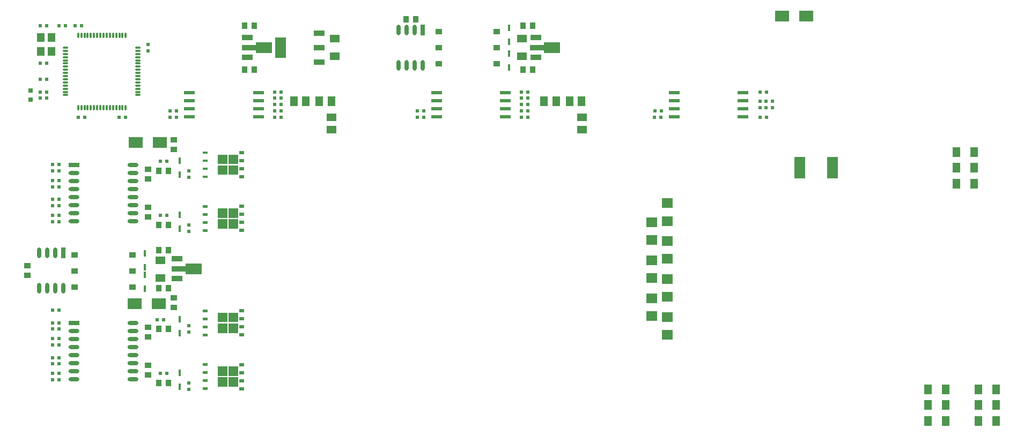
<source format=gtp>
G04*
G04 #@! TF.GenerationSoftware,Altium Limited,Altium Designer,18.1.7 (191)*
G04*
G04 Layer_Color=8421504*
%FSLAX44Y44*%
%MOMM*%
G71*
G01*
G75*
%ADD17R,1.2000X1.5000*%
%ADD18R,1.8000X1.6000*%
%ADD19R,2.6000X1.7000*%
%ADD20R,1.7000X0.9000*%
%ADD21R,2.5000X0.9000*%
%ADD22R,0.4500X1.0000*%
%ADD23R,1.7000X3.2000*%
%ADD24R,2.2000X1.8000*%
%ADD25R,0.6000X0.6000*%
%ADD26R,0.6000X0.6000*%
%ADD27R,1.5000X1.3000*%
%ADD28R,1.3000X1.5000*%
%ADD29R,1.8000X3.4000*%
%ADD30R,0.9800X0.9300*%
G04:AMPARAMS|DCode=31|XSize=0.3mm|YSize=0.8mm|CornerRadius=0.075mm|HoleSize=0mm|Usage=FLASHONLY|Rotation=180.000|XOffset=0mm|YOffset=0mm|HoleType=Round|Shape=RoundedRectangle|*
%AMROUNDEDRECTD31*
21,1,0.3000,0.6500,0,0,180.0*
21,1,0.1500,0.8000,0,0,180.0*
1,1,0.1500,-0.0750,0.3250*
1,1,0.1500,0.0750,0.3250*
1,1,0.1500,0.0750,-0.3250*
1,1,0.1500,-0.0750,-0.3250*
%
%ADD31ROUNDEDRECTD31*%
G04:AMPARAMS|DCode=32|XSize=0.3mm|YSize=0.8mm|CornerRadius=0.075mm|HoleSize=0mm|Usage=FLASHONLY|Rotation=90.000|XOffset=0mm|YOffset=0mm|HoleType=Round|Shape=RoundedRectangle|*
%AMROUNDEDRECTD32*
21,1,0.3000,0.6500,0,0,90.0*
21,1,0.1500,0.8000,0,0,90.0*
1,1,0.1500,0.3250,0.0750*
1,1,0.1500,0.3250,-0.0750*
1,1,0.1500,-0.3250,-0.0750*
1,1,0.1500,-0.3250,0.0750*
%
%ADD32ROUNDEDRECTD32*%
%ADD33R,1.2000X1.4000*%
%ADD34R,1.8000X0.6000*%
%ADD35R,0.6500X1.7000*%
%ADD36O,0.6500X1.7000*%
%ADD37R,0.9300X0.9800*%
%ADD38R,0.8000X0.8000*%
%ADD39R,1.5000X1.2000*%
%ADD40R,1.1200X0.9600*%
%ADD41O,1.7000X0.6500*%
%ADD42R,1.7000X0.6500*%
G36*
X794520Y313950D02*
X786270D01*
Y317950D01*
X794520D01*
Y313950D01*
D02*
G37*
G36*
Y326650D02*
X786270D01*
Y330650D01*
X794520D01*
Y326650D01*
D02*
G37*
G36*
X825275Y319000D02*
X810275D01*
Y334000D01*
X825275D01*
Y319000D01*
D02*
G37*
G36*
X794520Y339350D02*
X786270D01*
Y343350D01*
X794520D01*
Y339350D01*
D02*
G37*
G36*
Y352050D02*
X786270D01*
Y356050D01*
X794520D01*
Y352050D01*
D02*
G37*
G36*
X825275Y336000D02*
X810275D01*
Y351000D01*
X825275D01*
Y336000D01*
D02*
G37*
G36*
X851775Y326150D02*
X844275D01*
Y331150D01*
X851775D01*
Y326150D01*
D02*
G37*
G36*
X842275Y319000D02*
X827275D01*
Y334000D01*
X842275D01*
Y319000D01*
D02*
G37*
G36*
X851775Y313450D02*
X844275D01*
Y318450D01*
X851775D01*
Y313450D01*
D02*
G37*
G36*
Y351550D02*
X844275D01*
Y356550D01*
X851775D01*
Y351550D01*
D02*
G37*
G36*
Y338850D02*
X844275D01*
Y343850D01*
X851775D01*
Y338850D01*
D02*
G37*
G36*
X842275Y336000D02*
X827275D01*
Y351000D01*
X842275D01*
Y336000D01*
D02*
G37*
G36*
X794520Y398950D02*
X786270D01*
Y402950D01*
X794520D01*
Y398950D01*
D02*
G37*
G36*
Y411650D02*
X786270D01*
Y415650D01*
X794520D01*
Y411650D01*
D02*
G37*
G36*
X825275Y404000D02*
X810275D01*
Y419000D01*
X825275D01*
Y404000D01*
D02*
G37*
G36*
X794520Y424350D02*
X786270D01*
Y428350D01*
X794520D01*
Y424350D01*
D02*
G37*
G36*
Y437050D02*
X786270D01*
Y441050D01*
X794520D01*
Y437050D01*
D02*
G37*
G36*
X825275Y421000D02*
X810275D01*
Y436000D01*
X825275D01*
Y421000D01*
D02*
G37*
G36*
X851775Y411150D02*
X844275D01*
Y416150D01*
X851775D01*
Y411150D01*
D02*
G37*
G36*
X842275Y404000D02*
X827275D01*
Y419000D01*
X842275D01*
Y404000D01*
D02*
G37*
G36*
X851775Y398450D02*
X844275D01*
Y403450D01*
X851775D01*
Y398450D01*
D02*
G37*
G36*
Y436550D02*
X844275D01*
Y441550D01*
X851775D01*
Y436550D01*
D02*
G37*
G36*
Y423850D02*
X844275D01*
Y428850D01*
X851775D01*
Y423850D01*
D02*
G37*
G36*
X842275Y421000D02*
X827275D01*
Y436000D01*
X842275D01*
Y421000D01*
D02*
G37*
G36*
X794520Y563950D02*
X786270D01*
Y567950D01*
X794520D01*
Y563950D01*
D02*
G37*
G36*
Y576650D02*
X786270D01*
Y580650D01*
X794520D01*
Y576650D01*
D02*
G37*
G36*
X825275Y569000D02*
X810275D01*
Y584000D01*
X825275D01*
Y569000D01*
D02*
G37*
G36*
X794520Y589350D02*
X786270D01*
Y593350D01*
X794520D01*
Y589350D01*
D02*
G37*
G36*
Y602050D02*
X786270D01*
Y606050D01*
X794520D01*
Y602050D01*
D02*
G37*
G36*
X825275Y586000D02*
X810275D01*
Y601000D01*
X825275D01*
Y586000D01*
D02*
G37*
G36*
X851775Y576150D02*
X844275D01*
Y581150D01*
X851775D01*
Y576150D01*
D02*
G37*
G36*
X842275Y569000D02*
X827275D01*
Y584000D01*
X842275D01*
Y569000D01*
D02*
G37*
G36*
X851775Y563450D02*
X844275D01*
Y568450D01*
X851775D01*
Y563450D01*
D02*
G37*
G36*
X842275Y586000D02*
X827275D01*
Y601000D01*
X842275D01*
Y586000D01*
D02*
G37*
G36*
X851775Y588850D02*
X844275D01*
Y593850D01*
X851775D01*
Y588850D01*
D02*
G37*
G36*
Y601550D02*
X844275D01*
Y606550D01*
X851775D01*
Y601550D01*
D02*
G37*
G36*
X794520Y648950D02*
X786270D01*
Y652950D01*
X794520D01*
Y648950D01*
D02*
G37*
G36*
Y661650D02*
X786270D01*
Y665650D01*
X794520D01*
Y661650D01*
D02*
G37*
G36*
X825275Y654000D02*
X810275D01*
Y669000D01*
X825275D01*
Y654000D01*
D02*
G37*
G36*
X794520Y674350D02*
X786270D01*
Y678350D01*
X794520D01*
Y674350D01*
D02*
G37*
G36*
Y687050D02*
X786270D01*
Y691050D01*
X794520D01*
Y687050D01*
D02*
G37*
G36*
X825275Y671000D02*
X810275D01*
Y686000D01*
X825275D01*
Y671000D01*
D02*
G37*
G36*
X851775Y661150D02*
X844275D01*
Y666150D01*
X851775D01*
Y661150D01*
D02*
G37*
G36*
X842275Y654000D02*
X827275D01*
Y669000D01*
X842275D01*
Y654000D01*
D02*
G37*
G36*
X851775Y648450D02*
X844275D01*
Y653450D01*
X851775D01*
Y648450D01*
D02*
G37*
G36*
Y686550D02*
X844275D01*
Y691550D01*
X851775D01*
Y686550D01*
D02*
G37*
G36*
Y673850D02*
X844275D01*
Y678850D01*
X851775D01*
Y673850D01*
D02*
G37*
G36*
X842275Y671000D02*
X827275D01*
Y686000D01*
X842275D01*
Y671000D01*
D02*
G37*
D17*
X1976046Y690000D02*
D03*
X2003954D02*
D03*
X1976046Y665000D02*
D03*
X2003954D02*
D03*
X1976046Y640000D02*
D03*
X2003954D02*
D03*
X2011046Y315000D02*
D03*
X2038954D02*
D03*
X1931046D02*
D03*
X1958954D02*
D03*
X2011046Y290000D02*
D03*
X2038954D02*
D03*
X1931046D02*
D03*
X1958954D02*
D03*
X1931046Y265000D02*
D03*
X1958954D02*
D03*
X2011046D02*
D03*
X2038954D02*
D03*
D18*
X1520000Y581000D02*
D03*
Y609000D02*
D03*
Y401000D02*
D03*
Y429000D02*
D03*
X1495000Y431000D02*
D03*
Y459000D02*
D03*
X1520000Y461000D02*
D03*
Y489000D02*
D03*
X1495000Y491000D02*
D03*
Y519000D02*
D03*
X1520000Y521000D02*
D03*
Y549000D02*
D03*
X1495000Y551000D02*
D03*
Y579000D02*
D03*
D19*
X1338000Y855000D02*
D03*
X772000Y505000D02*
D03*
X883000Y855000D02*
D03*
D20*
X1312000Y840000D02*
D03*
Y871000D02*
D03*
X746000Y490000D02*
D03*
Y521000D02*
D03*
X970500Y878000D02*
D03*
Y855000D02*
D03*
Y832000D02*
D03*
X857000Y840000D02*
D03*
Y871000D02*
D03*
D21*
X1316000Y855000D02*
D03*
X750000Y505000D02*
D03*
X861000Y855000D02*
D03*
D22*
X1270000Y864000D02*
D03*
Y886000D02*
D03*
Y846000D02*
D03*
Y824000D02*
D03*
X695000Y508000D02*
D03*
Y530000D02*
D03*
Y496000D02*
D03*
Y474000D02*
D03*
X750000Y426000D02*
D03*
Y404000D02*
D03*
Y591000D02*
D03*
Y569000D02*
D03*
Y676000D02*
D03*
Y654000D02*
D03*
Y341000D02*
D03*
Y319000D02*
D03*
D23*
X909500Y855000D02*
D03*
D24*
X1739000Y905000D02*
D03*
X1701000D02*
D03*
X717275Y450250D02*
D03*
X679275D02*
D03*
X719000Y705000D02*
D03*
X681000D02*
D03*
D25*
X765000Y314920D02*
D03*
Y325080D02*
D03*
Y404920D02*
D03*
Y415080D02*
D03*
Y564920D02*
D03*
Y575080D02*
D03*
Y649920D02*
D03*
Y660080D02*
D03*
X735000Y755080D02*
D03*
Y744920D02*
D03*
X745000Y755080D02*
D03*
Y744920D02*
D03*
X1666000Y770080D02*
D03*
Y759920D02*
D03*
X700000Y849920D02*
D03*
Y860080D02*
D03*
D26*
X730080Y340000D02*
D03*
X719920D02*
D03*
X725080Y425000D02*
D03*
X714920D02*
D03*
X730080Y590000D02*
D03*
X719920D02*
D03*
X730080Y675000D02*
D03*
X719920D02*
D03*
X1300080Y765000D02*
D03*
X1289920D02*
D03*
Y785000D02*
D03*
X1300080D02*
D03*
X1686080Y770000D02*
D03*
X1675920D02*
D03*
X1686080Y760000D02*
D03*
X1675920D02*
D03*
X1499920Y745000D02*
D03*
X1510080D02*
D03*
X1500000Y755000D02*
D03*
X1510160D02*
D03*
X1124920Y755000D02*
D03*
X1135080D02*
D03*
X1124920Y745000D02*
D03*
X1135080D02*
D03*
X1676080Y745000D02*
D03*
X1665920D02*
D03*
Y785000D02*
D03*
X1676080D02*
D03*
X1300080Y745000D02*
D03*
X1289920D02*
D03*
Y755000D02*
D03*
X1300080D02*
D03*
X910080Y745000D02*
D03*
X899920D02*
D03*
X910080Y755000D02*
D03*
X899920D02*
D03*
Y785000D02*
D03*
X910080D02*
D03*
Y765000D02*
D03*
X899920D02*
D03*
Y775000D02*
D03*
X910080D02*
D03*
X1289920Y775000D02*
D03*
X1300080D02*
D03*
X529920Y775000D02*
D03*
X540080D02*
D03*
X529920Y805000D02*
D03*
X540080D02*
D03*
X595080Y890000D02*
D03*
X584920D02*
D03*
X559920D02*
D03*
X570080D02*
D03*
X529920Y785000D02*
D03*
X540080D02*
D03*
X589920Y745000D02*
D03*
X600080D02*
D03*
X654920D02*
D03*
X665080D02*
D03*
X540080Y890000D02*
D03*
X529920D02*
D03*
Y830000D02*
D03*
X540080D02*
D03*
X560080Y330000D02*
D03*
X549920D02*
D03*
X560080Y340000D02*
D03*
X549920D02*
D03*
X560080Y440000D02*
D03*
X549920D02*
D03*
X560080Y385000D02*
D03*
X549920D02*
D03*
X560080Y410000D02*
D03*
X549920D02*
D03*
Y420000D02*
D03*
X560080D02*
D03*
X549920Y355000D02*
D03*
X560080D02*
D03*
Y365000D02*
D03*
X549920D02*
D03*
X560080Y590000D02*
D03*
X549920D02*
D03*
X560080Y580000D02*
D03*
X549920D02*
D03*
Y605000D02*
D03*
X560080D02*
D03*
X549920Y615000D02*
D03*
X560080D02*
D03*
Y670000D02*
D03*
X549920D02*
D03*
Y660000D02*
D03*
X560080D02*
D03*
Y635000D02*
D03*
X549920D02*
D03*
Y395000D02*
D03*
X560080D02*
D03*
X549920Y645000D02*
D03*
X560080D02*
D03*
D27*
X1385000Y744500D02*
D03*
Y725500D02*
D03*
X990000Y744500D02*
D03*
Y725500D02*
D03*
D28*
X1365500Y770000D02*
D03*
X1384500D02*
D03*
X1325500D02*
D03*
X1344500D02*
D03*
X970500Y770000D02*
D03*
X989500D02*
D03*
X930500Y770000D02*
D03*
X949500D02*
D03*
D29*
X1781000Y665000D02*
D03*
X1729000D02*
D03*
D30*
X700000Y602700D02*
D03*
Y587300D02*
D03*
Y352700D02*
D03*
Y337300D02*
D03*
Y412700D02*
D03*
Y397300D02*
D03*
Y662700D02*
D03*
Y647300D02*
D03*
X740775Y459400D02*
D03*
Y444000D02*
D03*
Y709400D02*
D03*
Y694000D02*
D03*
X510000Y495065D02*
D03*
Y510465D02*
D03*
D31*
X665000Y874500D02*
D03*
X660000D02*
D03*
X655000D02*
D03*
X650000D02*
D03*
X645000D02*
D03*
X640000D02*
D03*
X635000D02*
D03*
X630000D02*
D03*
X625000D02*
D03*
X620000D02*
D03*
X615000D02*
D03*
X610000D02*
D03*
X605000D02*
D03*
X600000D02*
D03*
X595000D02*
D03*
X590000D02*
D03*
X665000Y760500D02*
D03*
X660000D02*
D03*
X655000D02*
D03*
X650000D02*
D03*
X645000D02*
D03*
X640000D02*
D03*
X635000D02*
D03*
X630000D02*
D03*
X625000D02*
D03*
X620000D02*
D03*
X615000D02*
D03*
X610000D02*
D03*
X605000D02*
D03*
X600000D02*
D03*
X595000D02*
D03*
X590000D02*
D03*
D32*
X684500Y780000D02*
D03*
Y785000D02*
D03*
Y790000D02*
D03*
Y795000D02*
D03*
Y800000D02*
D03*
Y805000D02*
D03*
Y810000D02*
D03*
Y815000D02*
D03*
Y820000D02*
D03*
Y825000D02*
D03*
Y830000D02*
D03*
Y835000D02*
D03*
Y840000D02*
D03*
Y845000D02*
D03*
Y850000D02*
D03*
Y855000D02*
D03*
X570080Y780000D02*
D03*
Y785000D02*
D03*
Y790000D02*
D03*
Y795000D02*
D03*
Y800000D02*
D03*
Y805000D02*
D03*
Y810000D02*
D03*
Y815000D02*
D03*
Y820000D02*
D03*
Y825000D02*
D03*
Y830000D02*
D03*
Y835000D02*
D03*
Y840000D02*
D03*
Y845000D02*
D03*
Y850000D02*
D03*
Y855000D02*
D03*
D33*
X548000Y849000D02*
D03*
X531000D02*
D03*
Y871000D02*
D03*
X548000D02*
D03*
D34*
X874500Y758650D02*
D03*
Y745950D02*
D03*
Y771350D02*
D03*
Y784050D02*
D03*
X765500Y758650D02*
D03*
Y745950D02*
D03*
Y771350D02*
D03*
Y784050D02*
D03*
X1639500Y758650D02*
D03*
Y745950D02*
D03*
Y771350D02*
D03*
Y784050D02*
D03*
X1530500Y758650D02*
D03*
Y745950D02*
D03*
Y771350D02*
D03*
Y784050D02*
D03*
X1264500Y758650D02*
D03*
Y745950D02*
D03*
Y771350D02*
D03*
Y784050D02*
D03*
X1155500Y758650D02*
D03*
Y745950D02*
D03*
Y771350D02*
D03*
Y784050D02*
D03*
D35*
X1134000Y883000D02*
D03*
X566500Y530385D02*
D03*
D36*
X1121300Y883000D02*
D03*
X1108600D02*
D03*
X1095900D02*
D03*
X1134000Y827000D02*
D03*
X1121300D02*
D03*
X1108600D02*
D03*
X1095900D02*
D03*
X553800Y530385D02*
D03*
X541100D02*
D03*
X528400D02*
D03*
X566500Y474385D02*
D03*
X553800D02*
D03*
X541100D02*
D03*
X528400D02*
D03*
D37*
X867700Y890000D02*
D03*
X852300D02*
D03*
X852300Y820000D02*
D03*
X867700D02*
D03*
X717300Y325000D02*
D03*
X732700D02*
D03*
X717300Y410000D02*
D03*
X732700D02*
D03*
X717300Y575000D02*
D03*
X732700D02*
D03*
X717300Y660000D02*
D03*
X732700D02*
D03*
X1307700Y890000D02*
D03*
X1292300D02*
D03*
X732700Y535000D02*
D03*
X717300D02*
D03*
X1292300Y820000D02*
D03*
X1307700D02*
D03*
X1107300Y900000D02*
D03*
X1122700D02*
D03*
X732700Y475000D02*
D03*
X717300D02*
D03*
D38*
X515000Y787000D02*
D03*
Y773000D02*
D03*
D39*
X1290000Y841046D02*
D03*
Y868954D02*
D03*
X720000Y491046D02*
D03*
Y518954D02*
D03*
X995000Y868954D02*
D03*
Y841046D02*
D03*
D40*
X675700Y527400D02*
D03*
Y502000D02*
D03*
Y476600D02*
D03*
X584300D02*
D03*
Y502000D02*
D03*
Y527400D02*
D03*
X1250700Y880400D02*
D03*
Y855000D02*
D03*
Y829600D02*
D03*
X1159300D02*
D03*
Y855000D02*
D03*
Y880400D02*
D03*
D41*
X676900Y419550D02*
D03*
Y406850D02*
D03*
Y394150D02*
D03*
Y381450D02*
D03*
Y343350D02*
D03*
Y356050D02*
D03*
Y368750D02*
D03*
Y330650D02*
D03*
X583100D02*
D03*
Y368750D02*
D03*
Y356050D02*
D03*
Y343350D02*
D03*
Y381450D02*
D03*
Y394150D02*
D03*
Y406850D02*
D03*
X676900Y669550D02*
D03*
Y656850D02*
D03*
Y644150D02*
D03*
Y631450D02*
D03*
Y593350D02*
D03*
Y606050D02*
D03*
Y618750D02*
D03*
Y580650D02*
D03*
X583100D02*
D03*
Y618750D02*
D03*
Y606050D02*
D03*
Y593350D02*
D03*
Y631450D02*
D03*
Y644150D02*
D03*
Y656850D02*
D03*
D42*
Y419550D02*
D03*
Y669550D02*
D03*
M02*

</source>
